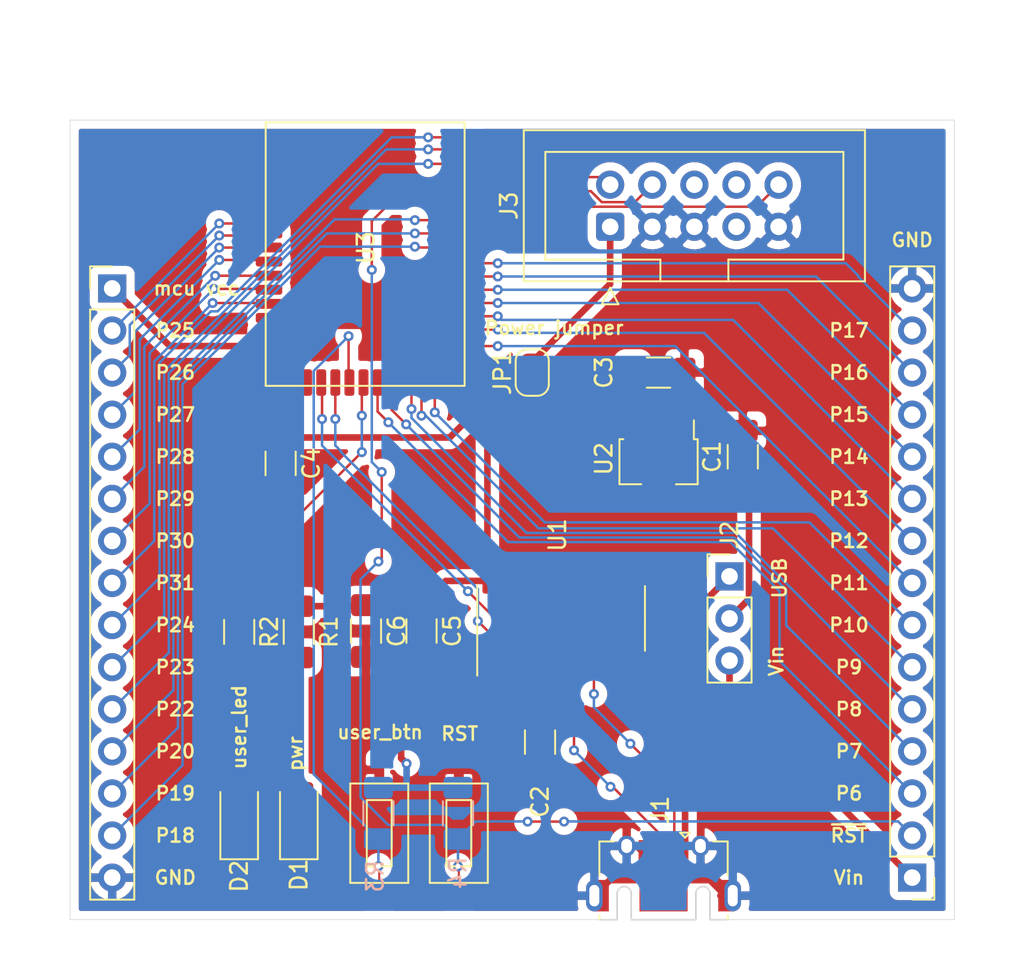
<source format=kicad_pcb>
(kicad_pcb (version 20171130) (host pcbnew "(5.1.10)-1")
  (title_block (rev 1))
  (layers (0 Front signal) (1 In1.Cu signal) (2 In2.Cu signal) (31 Back signal) (34 B.Paste user) (35 F.Paste user) (36 B.SilkS user) (37 F.SilkS user) (38 B.Mask user) (39 F.Mask user) (44 Edge.Cuts user))
  (net 0 "")
  (net 1 GND)
  (net 2 /LDO_in)
  (net 3 +3V3)
  (net 4 /mcu_vcc)
  (net 5 "Net-(D1-Pad2)")
  (net 6 "Net-(D2-Pad2)")
  (net 7 /usb_dm)
  (net 8 VBUS)
  (net 9 /usb_dp)
  (net 10 /Vin)
  (net 11 /~RST)
  (net 12 /SWCLK)
  (net 13 /SWDIO)
  (net 14 /P17)
  (net 15 /P16)
  (net 16 /P15)
  (net 17 /P14)
  (net 18 /P13)
  (net 19 /P12)
  (net 20 /P11)
  (net 21 /P10)
  (net 22 /P9)
  (net 23 /P8)
  (net 24 /P7)
  (net 25 /P6)
  (net 26 /P31)
  (net 27 /P30)
  (net 28 /P29)
  (net 29 /P28)
  (net 30 /P27)
  (net 31 /P26)
  (net 32 /P25)
  (net 33 /P24)
  (net 34 /P23)
  (net 35 /P22)
  (net 36 /P20)
  (net 37 /P19)
  (net 38 /P18)
  (net 39 /user_led)
  (net 40 /user_btn)
  (net 41 /mcu_tx)
  (net 42 /mcu_rx)
  (net 43 /V3)
  (module custom_buttons_switches:TSB008 (layer Front) (at 50.6 107 90)
    (fp_text reference SW2 hide)
    (fp_text value SW_Push)
    (pad 2 smd rect (at 6.825 -1.75 90) (size 1.5 0.6) (layers Front F.Paste F.Mask) (net 1 GND))
    (pad 1 smd rect (at -0.825 -1.75 90) (size 1.5 0.6) (layers Front F.Paste F.Mask) (net 11 /~RST))
  )
  (module custom_buttons_switches:TSB008 (layer Front) (at 45.8 107 90)
    (fp_text reference SW1 hide)
    (fp_text value SW_Push)
    (pad 2 smd rect (at 6.825 -1.75 90) (size 1.5 0.6) (layers Front F.Paste F.Mask) (net 1 GND))
    (pad 1 smd rect (at -0.825 -1.75 90) (size 1.5 0.6) (layers Front F.Paste F.Mask) (net 40 /user_btn))
  )
  (module Capacitor_SMD:C_1206_3216Metric_Pad1.33x1.80mm_HandSolder (layer Front) (at 43.25 91.8 270)
    (fp_text reference C6 (at 0 -1.85 90) (layer F.SilkS))
    (fp_text value 10uF)
    (pad 2 smd roundrect (at 1.5625 0 270) (size 1.325 1.8) (layers Front F.Paste F.Mask) (roundrect_rratio 0.1886784905660377) (net 1 GND))
    (pad 1 smd roundrect (at -1.5625 0 270) (size 1.325 1.8) (layers Front F.Paste F.Mask) (roundrect_rratio 0.1886784905660377) (net 3 +3V3))
  )
  (module Capacitor_SMD:C_1206_3216Metric_Pad1.33x1.80mm_HandSolder (layer Front) (at 46.6 91.8 270)
    (fp_text reference C5 (at 0 -1.85 90) (layer F.SilkS))
    (fp_text value 100nF)
    (pad 2 smd roundrect (at 1.5625 0 270) (size 1.325 1.8) (layers Front F.Paste F.Mask) (roundrect_rratio 0.1886784905660377) (net 1 GND))
    (pad 1 smd roundrect (at -1.5625 0 270) (size 1.325 1.8) (layers Front F.Paste F.Mask) (roundrect_rratio 0.1886784905660377) (net 3 +3V3))
  )
  (module nRF52832_development_board_schematic:MS50SFB (layer Front) (at 37.2 77)
    (fp_text reference U3 (at 6.04 -8.34 90) (layer F.SilkS))
    (fp_text value MS50SFAx)
    (pad 41 smd roundrect (at 11.8 -15.15) (size 1.6 0.6) (layers Front F.Paste F.Mask) (net 33 /P24))
    (pad 40 smd roundrect (at 11.8 -14.3) (size 1.6 0.6) (layers Front F.Paste F.Mask) (net 34 /P23))
    (pad 39 smd roundrect (at 11.8 -13.45) (size 1.6 0.6) (layers Front F.Paste F.Mask) (net 35 /P22))
    (pad 38 smd roundrect (at 11.8 -12.6) (size 1.6 0.6) (layers Front F.Paste F.Mask) (net 13 /SWDIO))
    (pad 37 smd roundrect (at 11.8 -11.75) (size 1.6 0.6) (layers Front F.Paste F.Mask) (net 12 /SWCLK))
    (pad 36 smd roundrect (at 11.8 -10.9) (size 1.6 0.6) (layers Front F.Paste F.Mask) (net 11 /~RST))
    (pad 35 smd roundrect (at 11.8 -10.05) (size 1.6 0.6) (layers Front F.Paste F.Mask) (net 36 /P20))
    (pad 34 smd roundrect (at 11.8 -9.2) (size 1.6 0.6) (layers Front F.Paste F.Mask) (net 37 /P19))
    (pad 33 smd roundrect (at 11.8 -8.35) (size 1.6 0.6) (layers Front F.Paste F.Mask) (net 38 /P18))
    (pad 32 smd roundrect (at 11.8 -7.5) (size 1.6 0.6) (layers Front F.Paste F.Mask) (net 14 /P17))
    (pad 31 smd roundrect (at 11.8 -6.65) (size 1.6 0.6) (layers Front F.Paste F.Mask) (net 15 /P16))
    (pad 30 smd roundrect (at 11.8 -5.8) (size 1.6 0.6) (layers Front F.Paste F.Mask) (net 16 /P15))
    (pad 29 smd roundrect (at 11.8 -4.95) (size 1.6 0.6) (layers Front F.Paste F.Mask) (net 17 /P14))
    (pad 28 smd roundrect (at 11.8 -4.1) (size 1.6 0.6) (layers Front F.Paste F.Mask) (net 18 /P13))
    (pad 27 smd roundrect (at 11.8 -3.25) (size 1.6 0.6) (layers Front F.Paste F.Mask) (net 19 /P12))
    (pad 26 smd roundrect (at 11.8 -2.4) (size 1.6 0.6) (layers Front F.Paste F.Mask) (net 20 /P11))
    (pad 13 smd roundrect (at 0.8 -0.2) (size 0.6 1.6) (layers Front F.Paste F.Mask) (net 1 GND))
    (pad 14 smd roundrect (at 1.65 -0.2) (size 0.6 1.6) (layers Front F.Paste F.Mask))
    (pad 15 smd roundrect (at 2.5 -0.2) (size 0.6 1.6) (layers Front F.Paste F.Mask))
    (pad 16 smd roundrect (at 3.35 -0.2) (size 0.6 1.6) (layers Front F.Paste F.Mask) (net 41 /mcu_tx))
    (pad 17 smd roundrect (at 4.2 -0.2) (size 0.6 1.6) (layers Front F.Paste F.Mask) (net 42 /mcu_rx))
    (pad 18 smd roundrect (at 5.05 -0.2) (size 0.6 1.6) (layers Front F.Paste F.Mask) (net 40 /user_btn))
    (pad 19 smd roundrect (at 5.9 -0.2) (size 0.6 1.6) (layers Front F.Paste F.Mask) (net 39 /user_led))
    (pad 20 smd roundrect (at 6.75 -0.2) (size 0.6 1.6) (layers Front F.Paste F.Mask) (net 25 /P6))
    (pad 21 smd roundrect (at 7.6 -0.2) (size 0.6 1.6) (layers Front F.Paste F.Mask) (net 24 /P7))
    (pad 22 smd roundrect (at 8.45 -0.2) (size 0.6 1.6) (layers Front F.Paste F.Mask) (net 23 /P8))
    (pad 23 smd roundrect (at 9.3 -0.2) (size 0.6 1.6) (layers Front F.Paste F.Mask) (net 22 /P9))
    (pad 24 smd roundrect (at 10.15 -0.2) (size 0.6 1.6) (layers Front F.Paste F.Mask) (net 21 /P10))
    (pad 25 smd roundrect (at 11 -0.2) (size 0.6 1.6) (layers Front F.Paste F.Mask) (net 1 GND))
    (pad 1 smd roundrect (at 0.2 -11.75) (size 1.6 0.6) (layers Front F.Paste F.Mask) (net 1 GND))
    (pad 2 smd roundrect (at 0.2 -10.9) (size 1.6 0.6) (layers Front F.Paste F.Mask) (net 1 GND))
    (pad 3 smd roundrect (at 0.2 -10.05) (size 1.6 0.6) (layers Front F.Paste F.Mask) (net 32 /P25))
    (pad 4 smd roundrect (at 0.2 -9.2) (size 1.6 0.6) (layers Front F.Paste F.Mask) (net 31 /P26))
    (pad 5 smd roundrect (at 0.2 -8.35) (size 1.6 0.6) (layers Front F.Paste F.Mask) (net 30 /P27))
    (pad 6 smd roundrect (at 0.2 -7.5) (size 1.6 0.6) (layers Front F.Paste F.Mask) (net 29 /P28))
    (pad 7 smd roundrect (at 0.2 -6.65) (size 1.6 0.6) (layers Front F.Paste F.Mask) (net 28 /P29))
    (pad 8 smd roundrect (at 0.2 -5.8) (size 1.6 0.6) (layers Front F.Paste F.Mask) (net 27 /P30))
    (pad 9 smd roundrect (at 0.2 -4.95) (size 1.6 0.6) (layers Front F.Paste F.Mask) (net 26 /P31))
    (pad 10 smd roundrect (at 0.2 -4.1) (size 1.6 0.6) (layers Front F.Paste F.Mask))
    (pad 11 smd roundrect (at 0.2 -3.25) (size 1.6 0.6) (layers Front F.Paste F.Mask))
    (pad 12 smd roundrect (at 0.2 -2.4) (size 1.6 0.6) (layers Front F.Paste F.Mask) (net 4 /mcu_vcc))
  )
  (module Package_TO_SOT_SMD:SOT-89-3 (layer Front) (at 60.9 81.28 270)
    (fp_text reference U2 (at 0.12 3.3 90) (layer F.SilkS))
    (fp_text value HT75xx-1-SOT89)
    (pad 2 smd custom (at -1.5625 0 270) (size 1.475 0.9) (layers Front F.Paste F.Mask) (net 2 /LDO_in) (options (clearance outline) (anchor rect)) (primitives (gr_poly (pts (xy 0.7375 -0.8665) (xy 3.8625 -0.8665) (xy 3.8625 0.8665) (xy 0.7375 0.8665)) (width 0))))
    (pad 3 smd rect (at -1.65 1.5 270) (size 1.3 0.9) (layers Front F.Paste F.Mask) (net 3 +3V3))
    (pad 1 smd rect (at -1.65 -1.5 270) (size 1.3 0.9) (layers Front F.Paste F.Mask) (net 1 GND))
  )
  (module Package_SO:SOIC-16_3.9x9.9mm_P1.27mm (layer Front) (at 55.02 91.04 90)
    (fp_text reference U1 (at 5.04 -0.22 90) (layer F.SilkS))
    (fp_text value CH340C)
    (pad 16 smd roundrect (at 2.475 -4.445 90) (size 1.95 0.6) (layers Front F.Paste F.Mask) (net 3 +3V3))
    (pad 15 smd roundrect (at 2.475 -3.175 90) (size 1.95 0.6) (layers Front F.Paste F.Mask))
    (pad 14 smd roundrect (at 2.475 -1.905 90) (size 1.95 0.6) (layers Front F.Paste F.Mask))
    (pad 13 smd roundrect (at 2.475 -0.635 90) (size 1.95 0.6) (layers Front F.Paste F.Mask))
    (pad 12 smd roundrect (at 2.475 0.635 90) (size 1.95 0.6) (layers Front F.Paste F.Mask))
    (pad 11 smd roundrect (at 2.475 1.905 90) (size 1.95 0.6) (layers Front F.Paste F.Mask))
    (pad 10 smd roundrect (at 2.475 3.175 90) (size 1.95 0.6) (layers Front F.Paste F.Mask))
    (pad 9 smd roundrect (at 2.475 4.445 90) (size 1.95 0.6) (layers Front F.Paste F.Mask))
    (pad 8 smd roundrect (at -2.475 4.445 90) (size 1.95 0.6) (layers Front F.Paste F.Mask))
    (pad 7 smd roundrect (at -2.475 3.175 90) (size 1.95 0.6) (layers Front F.Paste F.Mask))
    (pad 6 smd roundrect (at -2.475 1.905 90) (size 1.95 0.6) (layers Front F.Paste F.Mask) (net 7 /usb_dm))
    (pad 5 smd roundrect (at -2.475 0.635 90) (size 1.95 0.6) (layers Front F.Paste F.Mask) (net 9 /usb_dp))
    (pad 4 smd roundrect (at -2.475 -0.635 90) (size 1.95 0.6) (layers Front F.Paste F.Mask) (net 43 /V3))
    (pad 3 smd roundrect (at -2.475 -1.905 90) (size 1.95 0.6) (layers Front F.Paste F.Mask) (net 41 /mcu_tx))
    (pad 2 smd roundrect (at -2.475 -3.175 90) (size 1.95 0.6) (layers Front F.Paste F.Mask) (net 42 /mcu_rx))
    (pad 1 smd roundrect (at -2.475 -4.445 90) (size 1.95 0.6) (layers Front F.Paste F.Mask) (net 1 GND))
  )
  (module Resistor_SMD:R_1206_3216Metric_Pad1.30x1.75mm_HandSolder (layer Back) (at 48.8 102.8 270)
    (fp_text reference R4 (at 3.6 0 270) (layer B.SilkS) (effects (justify mirror)))
    (fp_text value 10K)
    (pad 2 smd roundrect (at 1.55 0 270) (size 1.3 1.75) (layers Back B.Paste B.Mask) (roundrect_rratio 0.1923076923076923) (net 11 /~RST))
    (pad 1 smd roundrect (at -1.55 0 270) (size 1.3 1.75) (layers Back B.Paste B.Mask) (roundrect_rratio 0.1923076923076923) (net 3 +3V3))
  )
  (module Resistor_SMD:R_1206_3216Metric_Pad1.30x1.75mm_HandSolder (layer Back) (at 44 102.8 270)
    (fp_text reference R3 (at 3.8 0.2 270) (layer B.SilkS) (effects (justify mirror)))
    (fp_text value 10K)
    (pad 2 smd roundrect (at 1.55 0 270) (size 1.3 1.75) (layers Back B.Paste B.Mask) (roundrect_rratio 0.1923076923076923) (net 40 /user_btn))
    (pad 1 smd roundrect (at -1.55 0 270) (size 1.3 1.75) (layers Back B.Paste B.Mask) (roundrect_rratio 0.1923076923076923) (net 3 +3V3))
  )
  (module Resistor_SMD:R_1206_3216Metric_Pad1.30x1.75mm_HandSolder (layer Front) (at 35.6 91.85 270)
    (fp_text reference R2 (at 0 -1.82 90) (layer F.SilkS))
    (fp_text value 1K)
    (pad 2 smd roundrect (at 1.55 0 270) (size 1.3 1.75) (layers Front F.Paste F.Mask) (roundrect_rratio 0.1923076923076923) (net 6 "Net-(D2-Pad2)"))
    (pad 1 smd roundrect (at -1.55 0 270) (size 1.3 1.75) (layers Front F.Paste F.Mask) (roundrect_rratio 0.1923076923076923) (net 39 /user_led))
  )
  (module Resistor_SMD:R_1206_3216Metric_Pad1.30x1.75mm_HandSolder (layer Front) (at 39.2 91.85 270)
    (fp_text reference R1 (at 0 -1.82 90) (layer F.SilkS))
    (fp_text value 1K)
    (pad 2 smd roundrect (at 1.55 0 270) (size 1.3 1.75) (layers Front F.Paste F.Mask) (roundrect_rratio 0.1923076923076923) (net 5 "Net-(D1-Pad2)"))
    (pad 1 smd roundrect (at -1.55 0 270) (size 1.3 1.75) (layers Front F.Paste F.Mask) (roundrect_rratio 0.1923076923076923) (net 3 +3V3))
  )
  (module Jumper:SolderJumper-2_P1.3mm_Open_RoundedPad1.0x1.5mm (layer Front) (at 53.28 76.2 90)
    (fp_text reference JP1 (at 0 -1.8 90) (layer F.SilkS))
    (fp_text value SolderJumper_2_Open)
    (pad 2 smd custom (at 0.65 0 90) (size 1 0.5) (layers Front F.Mask) (net 4 /mcu_vcc) (options (clearance outline) (anchor rect)) (primitives (gr_circle (center 0 0.25) (end 0.5 0.25) (width 0)) (gr_circle (center 0 -0.25) (end 0.5 -0.25) (width 0)) (gr_poly (pts (xy 0 -0.75) (xy -0.5 -0.75) (xy -0.5 0.75) (xy 0 0.75)) (width 0))))
    (pad 1 smd custom (at -0.65 0 90) (size 1 0.5) (layers Front F.Mask) (net 3 +3V3) (options (clearance outline) (anchor rect)) (primitives (gr_circle (center 0 0.25) (end 0.5 0.25) (width 0)) (gr_circle (center 0 -0.25) (end 0.5 -0.25) (width 0)) (gr_poly (pts (xy 0 -0.75) (xy 0.5 -0.75) (xy 0.5 0.75) (xy 0 0.75)) (width 0))))
  )
  (module Connector_PinHeader_2.54mm:PinHeader_1x15_P2.54mm_Vertical (layer Front) (at 27.94 71.12)
    (fp_text reference J5 hide)
    (fp_text value Conn_01x15_Male)
    (pad 15 thru_hole oval (at 0 35.56) (size 1.7 1.7) (drill 1) (layers *.Cu *.Mask) (net 1 GND))
    (pad 14 thru_hole oval (at 0 33.02) (size 1.7 1.7) (drill 1) (layers *.Cu *.Mask) (net 38 /P18))
    (pad 13 thru_hole oval (at 0 30.48) (size 1.7 1.7) (drill 1) (layers *.Cu *.Mask) (net 37 /P19))
    (pad 12 thru_hole oval (at 0 27.94) (size 1.7 1.7) (drill 1) (layers *.Cu *.Mask) (net 36 /P20))
    (pad 11 thru_hole oval (at 0 25.4) (size 1.7 1.7) (drill 1) (layers *.Cu *.Mask) (net 35 /P22))
    (pad 10 thru_hole oval (at 0 22.86) (size 1.7 1.7) (drill 1) (layers *.Cu *.Mask) (net 34 /P23))
    (pad 9 thru_hole oval (at 0 20.32) (size 1.7 1.7) (drill 1) (layers *.Cu *.Mask) (net 33 /P24))
    (pad 8 thru_hole oval (at 0 17.78) (size 1.7 1.7) (drill 1) (layers *.Cu *.Mask) (net 26 /P31))
    (pad 7 thru_hole oval (at 0 15.24) (size 1.7 1.7) (drill 1) (layers *.Cu *.Mask) (net 27 /P30))
    (pad 6 thru_hole oval (at 0 12.7) (size 1.7 1.7) (drill 1) (layers *.Cu *.Mask) (net 28 /P29))
    (pad 5 thru_hole oval (at 0 10.16) (size 1.7 1.7) (drill 1) (layers *.Cu *.Mask) (net 29 /P28))
    (pad 4 thru_hole oval (at 0 7.62) (size 1.7 1.7) (drill 1) (layers *.Cu *.Mask) (net 30 /P27))
    (pad 3 thru_hole oval (at 0 5.08) (size 1.7 1.7) (drill 1) (layers *.Cu *.Mask) (net 31 /P26))
    (pad 2 thru_hole oval (at 0 2.54) (size 1.7 1.7) (drill 1) (layers *.Cu *.Mask) (net 32 /P25))
    (pad 1 thru_hole rect (at 0 0) (size 1.7 1.7) (drill 1) (layers *.Cu *.Mask) (net 4 /mcu_vcc))
  )
  (module Connector_PinHeader_2.54mm:PinHeader_1x15_P2.54mm_Vertical (layer Front) (at 76.2 106.68 180)
    (fp_text reference J4 hide)
    (fp_text value Conn_01x15_Male)
    (pad 15 thru_hole oval (at 0 35.56 180) (size 1.7 1.7) (drill 1) (layers *.Cu *.Mask) (net 1 GND))
    (pad 14 thru_hole oval (at 0 33.02 180) (size 1.7 1.7) (drill 1) (layers *.Cu *.Mask) (net 14 /P17))
    (pad 13 thru_hole oval (at 0 30.48 180) (size 1.7 1.7) (drill 1) (layers *.Cu *.Mask) (net 15 /P16))
    (pad 12 thru_hole oval (at 0 27.94 180) (size 1.7 1.7) (drill 1) (layers *.Cu *.Mask) (net 16 /P15))
    (pad 11 thru_hole oval (at 0 25.4 180) (size 1.7 1.7) (drill 1) (layers *.Cu *.Mask) (net 17 /P14))
    (pad 10 thru_hole oval (at 0 22.86 180) (size 1.7 1.7) (drill 1) (layers *.Cu *.Mask) (net 18 /P13))
    (pad 9 thru_hole oval (at 0 20.32 180) (size 1.7 1.7) (drill 1) (layers *.Cu *.Mask) (net 19 /P12))
    (pad 8 thru_hole oval (at 0 17.78 180) (size 1.7 1.7) (drill 1) (layers *.Cu *.Mask) (net 20 /P11))
    (pad 7 thru_hole oval (at 0 15.24 180) (size 1.7 1.7) (drill 1) (layers *.Cu *.Mask) (net 21 /P10))
    (pad 6 thru_hole oval (at 0 12.7 180) (size 1.7 1.7) (drill 1) (layers *.Cu *.Mask) (net 22 /P9))
    (pad 5 thru_hole oval (at 0 10.16 180) (size 1.7 1.7) (drill 1) (layers *.Cu *.Mask) (net 23 /P8))
    (pad 4 thru_hole oval (at 0 7.62 180) (size 1.7 1.7) (drill 1) (layers *.Cu *.Mask) (net 24 /P7))
    (pad 3 thru_hole oval (at 0 5.08 180) (size 1.7 1.7) (drill 1) (layers *.Cu *.Mask) (net 25 /P6))
    (pad 2 thru_hole oval (at 0 2.54 180) (size 1.7 1.7) (drill 1) (layers *.Cu *.Mask) (net 11 /~RST))
    (pad 1 thru_hole rect (at 0 0 180) (size 1.7 1.7) (drill 1) (layers *.Cu *.Mask) (net 10 /Vin))
  )
  (module Connector_IDC:IDC-Header_2x05_P2.54mm_Vertical (layer Front) (at 57.98 67.4 90)
    (fp_text reference J3 (at 1.27 -6.1 90) (layer F.SilkS))
    (fp_text value Conn_ARM_JTAG_SWD_10)
    (pad 10 thru_hole circle (at 2.54 10.16 90) (size 1.7 1.7) (drill 1) (layers *.Cu *.Mask) (net 11 /~RST))
    (pad 8 thru_hole circle (at 2.54 7.62 90) (size 1.7 1.7) (drill 1) (layers *.Cu *.Mask))
    (pad 6 thru_hole circle (at 2.54 5.08 90) (size 1.7 1.7) (drill 1) (layers *.Cu *.Mask))
    (pad 4 thru_hole circle (at 2.54 2.54 90) (size 1.7 1.7) (drill 1) (layers *.Cu *.Mask) (net 12 /SWCLK))
    (pad 2 thru_hole circle (at 2.54 0 90) (size 1.7 1.7) (drill 1) (layers *.Cu *.Mask) (net 13 /SWDIO))
    (pad 9 thru_hole circle (at 0 10.16 90) (size 1.7 1.7) (drill 1) (layers *.Cu *.Mask) (net 1 GND))
    (pad 7 thru_hole circle (at 0 7.62 90) (size 1.7 1.7) (drill 1) (layers *.Cu *.Mask))
    (pad 5 thru_hole circle (at 0 5.08 90) (size 1.7 1.7) (drill 1) (layers *.Cu *.Mask) (net 1 GND))
    (pad 3 thru_hole circle (at 0 2.54 90) (size 1.7 1.7) (drill 1) (layers *.Cu *.Mask) (net 1 GND))
    (pad 1 thru_hole roundrect (at 0 0 90) (size 1.7 1.7) (drill 1) (layers *.Cu *.Mask) (roundrect_rratio 0.1470588235294118) (net 4 /mcu_vcc))
  )
  (module Connector_PinHeader_2.54mm:PinHeader_1x03_P2.54mm_Vertical (layer Front) (at 65.18 88.5)
    (fp_text reference J2 (at 0 -2.5 90) (layer F.SilkS))
    (fp_text value Conn_01x03_Male)
    (pad 3 thru_hole oval (at 0 5.08) (size 1.7 1.7) (drill 1) (layers *.Cu *.Mask) (net 10 /Vin))
    (pad 2 thru_hole oval (at 0 2.54) (size 1.7 1.7) (drill 1) (layers *.Cu *.Mask) (net 2 /LDO_in))
    (pad 1 thru_hole rect (at 0 0) (size 1.7 1.7) (drill 1) (layers *.Cu *.Mask) (net 8 VBUS))
  )
  (module Connector_USB:USB_Micro-AB_Molex_47590-0001 (layer Front) (at 61.2 107.77)
    (fp_text reference J1 (at -0.2 -5.17 90) (layer F.SilkS))
    (fp_text value USB_B_Micro)
    (fp_line (start -3.75 1.45) (end -2.8 1.45) (layer Edge.Cuts) (width 0.1))
    (fp_line (start -2.8 -0.125) (end -2.8 1.45) (layer Edge.Cuts) (width 0.1))
    (fp_line (start -1.95 -0.125) (end -1.95 1.45) (layer Edge.Cuts) (width 0.1))
    (fp_line (start -1.95 1.45) (end 1.95 1.45) (layer Edge.Cuts) (width 0.1))
    (fp_line (start 1.95 -0.125) (end 1.95 1.45) (layer Edge.Cuts) (width 0.1))
    (fp_line (start 2.8 -0.125) (end 2.8 1.45) (layer Edge.Cuts) (width 0.1))
    (fp_line (start 2.8 1.45) (end 3.75 1.45) (layer Edge.Cuts) (width 0.1))
    (fp_arc (start -2.375 -0.125) (end -2.8 -0.125) (angle 180) (layer Edge.Cuts) (width 0.1))
    (fp_arc (start 2.375 -0.125) (end 1.95 -0.125) (angle 180) (layer Edge.Cuts) (width 0.1))
    (pad 6 smd rect (at -3.7375 0) (size 0.875 1.9) (layers Front F.Mask) (net 1 GND))
    (pad 6 smd rect (at 3.7375 0) (size 0.875 1.9) (layers Front F.Mask) (net 1 GND))
    (pad 6 smd rect (at 0 0) (size 2.9 1.9) (layers Front F.Paste F.Mask) (net 1 GND))
    (pad 2 smd rect (at 0.65 -2.675) (size 0.4 1.35) (layers Front F.Paste F.Mask) (net 7 /usb_dm))
    (pad 6 thru_hole oval (at 4.175 0) (size 1 1.9) (drill oval 0.6 1.3) (layers *.Cu *.Mask) (net 1 GND))
    (pad 6 thru_hole oval (at -4.175 0) (size 1 1.9) (drill oval 0.6 1.3) (layers *.Cu *.Mask) (net 1 GND))
    (pad 6 thru_hole oval (at 2.225 -3) (size 1.05 1.25) (drill oval 0.65 0.85) (layers *.Cu *.Mask) (net 1 GND))
    (pad 1 smd rect (at 1.3 -2.675) (size 0.4 1.35) (layers Front F.Paste F.Mask) (net 8 VBUS))
    (pad 3 smd rect (at 0 -2.675) (size 0.4 1.35) (layers Front F.Paste F.Mask) (net 9 /usb_dp))
    (pad 4 smd rect (at -0.65 -2.675) (size 0.4 1.35) (layers Front F.Paste F.Mask))
    (pad 5 smd rect (at -1.3 -2.675) (size 0.4 1.35) (layers Front F.Paste F.Mask) (net 1 GND))
    (pad 6 thru_hole oval (at -2.225 -3) (size 1.05 1.25) (drill oval 0.65 0.85) (layers *.Cu *.Mask) (net 1 GND))
  )
  (module LED_SMD:LED_1206_3216Metric_Pad1.42x1.75mm_HandSolder (layer Front) (at 35.6 103.1125 90)
    (fp_text reference D2 (at -3.4875 0 90) (layer F.SilkS))
    (fp_text value Green)
    (pad 2 smd roundrect (at 1.4875 0 90) (size 1.425 1.75) (layers Front F.Paste F.Mask) (roundrect_rratio 0.1754385964912281) (net 6 "Net-(D2-Pad2)"))
    (pad 1 smd roundrect (at -1.4875 0 90) (size 1.425 1.75) (layers Front F.Paste F.Mask) (roundrect_rratio 0.1754385964912281) (net 1 GND))
  )
  (module LED_SMD:LED_1206_3216Metric_Pad1.42x1.75mm_HandSolder (layer Front) (at 39.2 103.1125 90)
    (fp_text reference D1 (at -3.4 0 90) (layer F.SilkS))
    (fp_text value Red)
    (pad 2 smd roundrect (at 1.4875 0 90) (size 1.425 1.75) (layers Front F.Paste F.Mask) (roundrect_rratio 0.1754385964912281) (net 5 "Net-(D1-Pad2)"))
    (pad 1 smd roundrect (at -1.4875 0 90) (size 1.425 1.75) (layers Front F.Paste F.Mask) (roundrect_rratio 0.1754385964912281) (net 1 GND))
  )
  (module Capacitor_SMD:C_1206_3216Metric_Pad1.33x1.80mm_HandSolder (layer Front) (at 38.1 81.68 270)
    (fp_text reference C4 (at 0 -1.85 90) (layer F.SilkS))
    (fp_text value 1uF)
    (pad 2 smd roundrect (at 1.5625 0 270) (size 1.325 1.8) (layers Front F.Paste F.Mask) (roundrect_rratio 0.1886784905660377) (net 1 GND))
    (pad 1 smd roundrect (at -1.5625 0 270) (size 1.325 1.8) (layers Front F.Paste F.Mask) (roundrect_rratio 0.1886784905660377) (net 4 /mcu_vcc))
  )
  (module Capacitor_SMD:C_1206_3216Metric_Pad1.33x1.80mm_HandSolder (layer Front) (at 60.9 76.2)
    (fp_text reference C3 (at -3.3 0 90) (layer F.SilkS))
    (fp_text value 10uF)
    (pad 2 smd roundrect (at 1.5625 0) (size 1.325 1.8) (layers Front F.Paste F.Mask) (roundrect_rratio 0.1886784905660377) (net 1 GND))
    (pad 1 smd roundrect (at -1.5625 0) (size 1.325 1.8) (layers Front F.Paste F.Mask) (roundrect_rratio 0.1886784905660377) (net 3 +3V3))
  )
  (module Capacitor_SMD:C_1206_3216Metric_Pad1.33x1.80mm_HandSolder (layer Front) (at 53.75 98.5 270)
    (fp_text reference C2 (at 3.6 0 90) (layer F.SilkS))
    (fp_text value 100nF)
    (pad 2 smd roundrect (at 1.5625 0 270) (size 1.325 1.8) (layers Front F.Paste F.Mask) (roundrect_rratio 0.1886784905660377) (net 1 GND))
    (pad 1 smd roundrect (at -1.5625 0 270) (size 1.325 1.8) (layers Front F.Paste F.Mask) (roundrect_rratio 0.1886784905660377) (net 43 /V3))
  )
  (module Capacitor_SMD:C_1206_3216Metric_Pad1.33x1.80mm_HandSolder (layer Front) (at 65.98 81.28 90)
    (fp_text reference C1 (at 0 -1.85 90) (layer F.SilkS))
    (fp_text value 10uF)
    (pad 2 smd roundrect (at 1.5625 0 90) (size 1.325 1.8) (layers Front F.Paste F.Mask) (roundrect_rratio 0.1886784905660377) (net 1 GND))
    (pad 1 smd roundrect (at -1.5625 0 90) (size 1.325 1.8) (layers Front F.Paste F.Mask) (roundrect_rratio 0.1886784905660377) (net 2 /LDO_in))
  )
  (gr_text "Power jumper" (at 54.6 73.5) (layer F.SilkS) (effects (font (size 0.8128 0.8128) (thickness 0.1524))))
  (gr_text P25 (at 31.75 73.66) (layer F.SilkS) (effects (font (size 0.8128 0.8128) (thickness 0.1524))))
  (gr_text GND (at 31.75 106.68) (layer F.SilkS) (effects (font (size 0.8128 0.8128) (thickness 0.1524))))
  (gr_text P18 (at 31.75 104.14) (layer F.SilkS) (effects (font (size 0.8128 0.8128) (thickness 0.1524))))
  (gr_text P19 (at 31.75 101.6) (layer F.SilkS) (effects (font (size 0.8128 0.8128) (thickness 0.1524))))
  (gr_text P20 (at 31.75 99.06) (layer F.SilkS) (effects (font (size 0.8128 0.8128) (thickness 0.1524))))
  (gr_text P22 (at 31.75 96.52) (layer F.SilkS) (effects (font (size 0.8128 0.8128) (thickness 0.1524))))
  (gr_text P23 (at 31.75 93.98) (layer F.SilkS) (effects (font (size 0.8128 0.8128) (thickness 0.1524))))
  (gr_text P24 (at 31.75 91.44) (layer F.SilkS) (effects (font (size 0.8128 0.8128) (thickness 0.1524))))
  (gr_text P31 (at 31.75 88.9) (layer F.SilkS) (effects (font (size 0.8128 0.8128) (thickness 0.1524))))
  (gr_text P30 (at 31.75 86.36) (layer F.SilkS) (effects (font (size 0.8128 0.8128) (thickness 0.1524))))
  (gr_text P29 (at 31.75 83.82) (layer F.SilkS) (effects (font (size 0.8128 0.8128) (thickness 0.1524))))
  (gr_text P28 (at 31.75 81.28) (layer F.SilkS) (effects (font (size 0.8128 0.8128) (thickness 0.1524))))
  (gr_text P27 (at 31.75 78.74) (layer F.SilkS) (effects (font (size 0.8128 0.8128) (thickness 0.1524))))
  (gr_text P26 (at 31.75 76.2) (layer F.SilkS) (effects (font (size 0.8128 0.8128) (thickness 0.1524))))
  (gr_text "mcu vcc" (at 33.02 71.12) (layer F.SilkS) (effects (font (size 0.8128 0.8128) (thickness 0.1524))))
  (gr_text Vin (at 72.39 106.68) (layer F.SilkS) (effects (font (size 0.8128 0.8128) (thickness 0.1524))))
  (gr_text ~RST (at 72.39 104.14) (layer F.SilkS) (effects (font (size 0.8128 0.8128) (thickness 0.1524))))
  (gr_text P6 (at 72.39 101.6) (layer F.SilkS) (effects (font (size 0.8128 0.8128) (thickness 0.1524))))
  (gr_text P7 (at 72.39 99.06) (layer F.SilkS) (effects (font (size 0.8128 0.8128) (thickness 0.1524))))
  (gr_text P8 (at 72.39 96.52) (layer F.SilkS) (effects (font (size 0.8128 0.8128) (thickness 0.1524))))
  (gr_text P9 (at 72.39 93.98) (layer F.SilkS) (effects (font (size 0.8128 0.8128) (thickness 0.1524))))
  (gr_text P10 (at 72.39 91.44) (layer F.SilkS) (effects (font (size 0.8128 0.8128) (thickness 0.1524))))
  (gr_text P11 (at 72.39 88.9) (layer F.SilkS) (effects (font (size 0.8128 0.8128) (thickness 0.1524))))
  (gr_text P12 (at 72.39 86.36) (layer F.SilkS) (effects (font (size 0.8128 0.8128) (thickness 0.1524))))
  (gr_text P13 (at 72.39 83.82) (layer F.SilkS) (effects (font (size 0.8128 0.8128) (thickness 0.1524))))
  (gr_text P14 (at 72.39 81.28) (layer F.SilkS) (effects (font (size 0.8128 0.8128) (thickness 0.1524))))
  (gr_text P15 (at 72.39 78.74) (layer F.SilkS) (effects (font (size 0.8128 0.8128) (thickness 0.1524))))
  (gr_text P16 (at 72.39 76.2) (layer F.SilkS) (effects (font (size 0.8128 0.8128) (thickness 0.1524))))
  (gr_text P17 (at 72.39 73.66) (layer F.SilkS) (effects (font (size 0.8128 0.8128) (thickness 0.1524))))
  (gr_text GND (at 76.2 68.2) (layer F.SilkS) (effects (font (size 0.8128 0.8128) (thickness 0.1524))))
  (gr_text USB (at 68.2 88.6 90) (layer F.SilkS) (effects (font (size 0.8128 0.8128) (thickness 0.1524))))
  (gr_text Vin (at 68 93.6 90) (layer F.SilkS) (effects (font (size 0.8128 0.8128) (thickness 0.1524))))
  (gr_text RST (at 48.9 98) (layer F.SilkS) (effects (font (size 0.8128 0.8128) (thickness 0.1524))))
  (gr_text user_btn (at 44.1 97.9) (layer F.SilkS) (effects (font (size 0.8128 0.8128) (thickness 0.1524))))
  (gr_text pwr (at 39 99.2 90) (layer F.SilkS) (effects (font (size 0.8128 0.8128) (thickness 0.1524))))
  (gr_text user_led (at 35.6 97.6 90) (layer F.SilkS) (effects (font (size 0.8128 0.8128) (thickness 0.1524))))
  (gr_line (start 66.04 109.22) (end 64.95 109.22) (layer Edge.Cuts) (width 0.0381))
  (gr_line (start 57.22 109.22) (end 57.45 109.22) (layer Edge.Cuts) (width 0.0381))
  (gr_line (start 55.88 109.22) (end 57.22 109.22) (layer Edge.Cuts) (width 0.0381))
  (gr_line (start 25.4 109.22) (end 55.88 109.22) (layer Edge.Cuts) (width 0.0381))
  (gr_line (start 78.74 109.22) (end 66.04 109.22) (layer Edge.Cuts) (width 0.0381))
  (gr_line (start 78.74 60.96) (end 78.74 109.22) (layer Edge.Cuts) (width 0.0381))
  (gr_line (start 25.4 60.96) (end 78.74 60.96) (layer Edge.Cuts) (width 0.0381))
  (gr_line (start 25.4 109.22) (end 25.4 60.96) (layer Edge.Cuts) (width 0.0381))
  (segment (start 48.2 76) (end 48.2 76.8) (width 0.15) (layer Front) (net 1))
  (segment (start 48.2 76.175404) (end 48.2 76.8) (width 0.4) (layer Front) (net 1))
  (segment (start 45.397595 73.372999) (end 48.2 76.175404) (width 0.4) (layer Front) (net 1))
  (segment (start 40.627001 73.372999) (end 45.397595 73.372999) (width 0.4) (layer Front) (net 1))
  (segment (start 38 76) (end 40.627001 73.372999) (width 0.4) (layer Front) (net 1))
  (segment (start 38 76.8) (end 38 76) (width 0.4) (layer Front) (net 1))
  (segment (start 37.4 66.1) (end 37.4 65.25) (width 0.4) (layer Front) (net 1))
  (segment (start 59.575 104.77) (end 59.9 105.095) (width 0.4) (layer Front) (net 1))
  (segment (start 58.975 104.77) (end 59.575 104.77) (width 0.4) (layer Front) (net 1))
  (segment (start 59.9 106.47) (end 61.2 107.77) (width 0.4) (layer Front) (net 1))
  (segment (start 59.9 105.095) (end 59.9 106.47) (width 0.4) (layer Front) (net 1))
  (segment (start 57.025 107.77) (end 57.4625 107.77) (width 0.4) (layer Front) (net 1))
  (segment (start 60.26072 106.83072) (end 61.2 107.77) (width 0.4) (layer Front) (net 1))
  (segment (start 57.96428 106.83072) (end 60.26072 106.83072) (width 0.4) (layer Front) (net 1))
  (segment (start 57.025 107.77) (end 57.96428 106.83072) (width 0.4) (layer Front) (net 1))
  (segment (start 63.425 106.2575) (end 64.9375 107.77) (width 0.4) (layer Front) (net 1))
  (segment (start 63.425 104.77) (end 63.425 106.2575) (width 0.4) (layer Front) (net 1))
  (segment (start 64.63 107.77) (end 64.9375 107.77) (width 0.4) (layer Front) (net 1))
  (segment (start 62.13928 106.83072) (end 61.2 107.77) (width 0.4) (layer Front) (net 1))
  (segment (start 64.43572 106.83072) (end 62.13928 106.83072) (width 0.4) (layer Front) (net 1))
  (segment (start 65.375 107.77) (end 64.43572 106.83072) (width 0.4) (layer Front) (net 1))
  (segment (start 66.357001 89.862999) (end 66.357001 83.219501) (width 0.4) (layer Front) (net 2))
  (segment (start 66.357001 83.219501) (end 65.98 82.8425) (width 0.4) (layer Front) (net 2))
  (segment (start 65.18 91.04) (end 66.357001 89.862999) (width 0.4) (layer Front) (net 2))
  (segment (start 64.025 82.8425) (end 60.9 79.7175) (width 0.4) (layer Front) (net 2))
  (segment (start 65.98 82.8425) (end 64.025 82.8425) (width 0.4) (layer Front) (net 2))
  (segment (start 59.4 76.2625) (end 59.3375 76.2) (width 0.4) (layer Front) (net 3))
  (segment (start 59.4 79.63) (end 59.4 76.2625) (width 0.4) (layer Front) (net 3))
  (segment (start 58.6875 76.85) (end 53.28 76.85) (width 0.4) (layer Front) (net 3))
  (segment (start 59.3375 76.2) (end 58.6875 76.85) (width 0.4) (layer Front) (net 3))
  (segment (start 50.575 79.555) (end 50.575 88.565) (width 0.4) (layer Front) (net 3))
  (segment (start 53.28 76.85) (end 50.575 79.555) (width 0.4) (layer Front) (net 3))
  (segment (start 50.575 88.565) (end 50.575 89.325404) (width 0.4) (layer Front) (net 3))
  (segment (start 50.5025 88.6375) (end 50.575 88.565) (width 0.4) (layer Front) (net 3))
  (segment (start 48.85 101.2) (end 48.8 101.25) (width 0.4) (layer Back) (net 3))
  (segment (start 43.1875 90.3) (end 43.25 90.2375) (width 0.4) (layer Front) (net 3))
  (segment (start 43.25 90.2375) (end 46.6 90.2375) (width 0.4) (layer Front) (net 3))
  (segment (start 50.367001 88.772999) (end 50.575 88.565) (width 0.4) (layer Front) (net 3))
  (segment (start 48.064501 88.772999) (end 50.367001 88.772999) (width 0.4) (layer Front) (net 3))
  (segment (start 46.6 90.2375) (end 48.064501 88.772999) (width 0.4) (layer Front) (net 3))
  (segment (start 39.2 90.3) (end 43.1875 90.3) (width 0.4) (layer Front) (net 3))
  (via (at 45.7 99.8) (size 0.6) (drill 0.3) (layers Front Back) (net 3))
  (segment (start 45.37299 99.47299) (end 45.7 99.8) (width 0.4) (layer Front) (net 3))
  (segment (start 45.37299 91.46451) (end 45.37299 99.47299) (width 0.4) (layer Front) (net 3))
  (segment (start 46.6 90.2375) (end 45.37299 91.46451) (width 0.4) (layer Front) (net 3))
  (segment (start 45.7 99.8) (end 45.7 101.2) (width 0.4) (layer Back) (net 3))
  (segment (start 45.75 101.25) (end 44 101.25) (width 0.4) (layer Back) (net 3))
  (segment (start 45.7 101.2) (end 45.75 101.25) (width 0.4) (layer Back) (net 3))
  (segment (start 48.8 101.25) (end 45.75 101.25) (width 0.4) (layer Back) (net 3))
  (segment (start 31.42 74.6) (end 37.4 74.6) (width 0.4) (layer Front) (net 4))
  (segment (start 27.94 71.12) (end 31.42 74.6) (width 0.4) (layer Front) (net 4))
  (segment (start 37.37299 74.62701) (end 37.4 74.6) (width 0.4) (layer Front) (net 4))
  (segment (start 37.37299 79.39049) (end 37.37299 74.62701) (width 0.4) (layer Front) (net 4))
  (segment (start 38.1 80.1175) (end 37.37299 79.39049) (width 0.4) (layer Front) (net 4))
  (segment (start 52.867536 75.55) (end 53.28 75.55) (width 0.4) (layer Front) (net 4))
  (segment (start 48.300036 80.1175) (end 52.867536 75.55) (width 0.4) (layer Front) (net 4))
  (segment (start 38.1 80.1175) (end 48.300036 80.1175) (width 0.4) (layer Front) (net 4))
  (segment (start 57.98 70.85) (end 53.28 75.55) (width 0.4) (layer Front) (net 4))
  (segment (start 57.98 67.4) (end 57.98 70.85) (width 0.4) (layer Front) (net 4))
  (segment (start 39.2 101.625) (end 39.2 93.4) (width 0.15) (layer Front) (net 5))
  (segment (start 35.6 101.625) (end 35.6 93.4) (width 0.15) (layer Front) (net 6))
  (segment (start 56.925 93.515) (end 56.925 94.125) (width 0.15) (layer Front) (net 7))
  (via (at 59.2 98.6) (size 0.6) (drill 0.3) (layers Front Back) (net 7))
  (segment (start 61.85 101.25) (end 59.2 98.6) (width 0.15) (layer Front) (net 7))
  (segment (start 61.85 105.095) (end 61.85 101.25) (width 0.15) (layer Front) (net 7))
  (via (at 57 95.6) (size 0.6) (drill 0.3) (layers Front Back) (net 7))
  (segment (start 57 96.4) (end 57 95.6) (width 0.15) (layer Back) (net 7))
  (segment (start 59.2 98.6) (end 57 96.4) (width 0.15) (layer Back) (net 7))
  (segment (start 57 93.59) (end 56.925 93.515) (width 0.15) (layer Front) (net 7))
  (segment (start 57 95.6) (end 57 93.59) (width 0.15) (layer Front) (net 7))
  (segment (start 62.5 91.18) (end 65.18 88.5) (width 0.4) (layer Front) (net 8))
  (segment (start 62.5 105.095) (end 62.5 91.18) (width 0.4) (layer Front) (net 8))
  (segment (start 55.655 93.515) (end 55.655 94.49) (width 0.15) (layer Front) (net 9))
  (via (at 58 101.2) (size 0.6) (drill 0.3) (layers Front Back) (net 9))
  (segment (start 58.13 101.2) (end 58 101.2) (width 0.15) (layer Front) (net 9))
  (segment (start 61.2 104.27) (end 58.13 101.2) (width 0.15) (layer Front) (net 9))
  (segment (start 61.2 105.095) (end 61.2 104.27) (width 0.15) (layer Front) (net 9))
  (via (at 55.8 99) (size 0.6) (drill 0.3) (layers Front Back) (net 9))
  (segment (start 58 101.2) (end 55.8 99) (width 0.15) (layer Back) (net 9))
  (segment (start 55.8 93.66) (end 55.655 93.515) (width 0.15) (layer Front) (net 9))
  (segment (start 55.8 99) (end 55.8 93.66) (width 0.15) (layer Front) (net 9))
  (segment (start 65.18 95.66) (end 76.2 106.68) (width 0.4) (layer Front) (net 10))
  (segment (start 65.18 93.58) (end 65.18 95.66) (width 0.4) (layer Front) (net 10))
  (segment (start 48.75 106.05) (end 48.8 106) (width 0.15) (layer Front) (net 11))
  (via (at 48.8 106) (size 0.6) (drill 0.3) (layers Front Back) (net 11))
  (segment (start 48.8 106) (end 48.8 104.35) (width 0.15) (layer Back) (net 11))
  (segment (start 49.089011 66.189011) (end 49 66.1) (width 0.15) (layer Front) (net 11))
  (segment (start 66.810989 66.189011) (end 49.089011 66.189011) (width 0.15) (layer Front) (net 11))
  (segment (start 68.14 64.86) (end 66.810989 66.189011) (width 0.15) (layer Front) (net 11))
  (via (at 44.2 82.2) (size 0.6) (drill 0.3) (layers Front Back) (net 11))
  (segment (start 43.6 81.6) (end 44.2 82.2) (width 0.15) (layer Back) (net 11))
  (segment (start 43.6 75) (end 43.6 81.6) (width 0.15) (layer Back) (net 11))
  (via (at 44 87.6) (size 0.6) (drill 0.3) (layers Front Back) (net 11))
  (segment (start 44.2 87.4) (end 44 87.6) (width 0.15) (layer Front) (net 11))
  (segment (start 44.2 82.2) (end 44.2 87.4) (width 0.15) (layer Front) (net 11))
  (segment (start 47.94799 103.49799) (end 48.8 104.35) (width 0.15) (layer Back) (net 11))
  (segment (start 44.58375 103.49799) (end 47.94799 103.49799) (width 0.15) (layer Back) (net 11))
  (segment (start 42.92299 101.83723) (end 44.58375 103.49799) (width 0.15) (layer Back) (net 11))
  (segment (start 42.92299 88.67701) (end 42.92299 101.83723) (width 0.15) (layer Back) (net 11))
  (segment (start 44 87.6) (end 42.92299 88.67701) (width 0.15) (layer Back) (net 11))
  (segment (start 75.350001 103.290001) (end 76.2 104.14) (width 0.15) (layer Back) (net 11))
  (segment (start 48.8 104.35) (end 49.859999 103.290001) (width 0.15) (layer Back) (net 11))
  (via (at 43.6 70) (size 0.6) (drill 0.3) (layers Front Back) (net 11))
  (segment (start 43.6 75) (end 43.6 70) (width 0.15) (layer Back) (net 11))
  (segment (start 44.557038 66.1) (end 49 66.1) (width 0.15) (layer Front) (net 11))
  (segment (start 43.6 67.057038) (end 44.557038 66.1) (width 0.15) (layer Front) (net 11))
  (segment (start 43.6 70) (end 43.6 67.057038) (width 0.15) (layer Front) (net 11))
  (via (at 53 103.3) (size 0.6) (drill 0.3) (layers Front Back) (net 11))
  (segment (start 51.409999 103.290001) (end 52.990001 103.290001) (width 0.15) (layer Back) (net 11))
  (segment (start 49.859999 103.290001) (end 51.409999 103.290001) (width 0.15) (layer Back) (net 11))
  (segment (start 52.990001 103.290001) (end 53 103.3) (width 0.15) (layer Back) (net 11))
  (via (at 55.2 103.3) (size 0.6) (drill 0.3) (layers Front Back) (net 11))
  (segment (start 55.209999 103.290001) (end 55.2 103.3) (width 0.15) (layer Back) (net 11))
  (segment (start 55.490001 103.290001) (end 55.209999 103.290001) (width 0.15) (layer Back) (net 11))
  (segment (start 55.490001 103.290001) (end 75.350001 103.290001) (width 0.15) (layer Back) (net 11))
  (segment (start 55.2 103.3) (end 53 103.3) (width 0.15) (layer Front) (net 11))
  (segment (start 48.85 106.05) (end 48.8 106) (width 0.127) (layer Front) (net 11))
  (segment (start 48.85 107.825) (end 48.85 106.05) (width 0.127) (layer Front) (net 11))
  (segment (start 59.467999 65.912001) (end 60.52 64.86) (width 0.15) (layer Front) (net 12))
  (segment (start 57.475039 65.912001) (end 59.467999 65.912001) (width 0.15) (layer Front) (net 12))
  (segment (start 56.813038 65.25) (end 57.475039 65.912001) (width 0.15) (layer Front) (net 12))
  (segment (start 49 65.25) (end 56.813038 65.25) (width 0.15) (layer Front) (net 12))
  (segment (start 57.52 64.4) (end 57.98 64.86) (width 0.15) (layer Front) (net 13))
  (segment (start 49 64.4) (end 57.52 64.4) (width 0.15) (layer Front) (net 13))
  (segment (start 76.2 73.66) (end 72.94 70.4) (width 0.15) (layer Back) (net 14))
  (segment (start 72.94 70.4) (end 72.94 70.34) (width 0.15) (layer Back) (net 14))
  (via (at 51.2 69.6) (size 0.6) (drill 0.3) (layers Front Back) (net 14))
  (segment (start 72.2 69.6) (end 51.2 69.6) (width 0.15) (layer Back) (net 14))
  (segment (start 72.94 70.34) (end 72.2 69.6) (width 0.15) (layer Back) (net 14))
  (segment (start 49.1 69.6) (end 49 69.5) (width 0.15) (layer Front) (net 14))
  (segment (start 51.2 69.6) (end 49.1 69.6) (width 0.15) (layer Front) (net 14))
  (segment (start 76.2 76.2) (end 71.8 71.8) (width 0.15) (layer Back) (net 15))
  (segment (start 71.8 71.8) (end 70.4 70.4) (width 0.15) (layer Back) (net 15))
  (via (at 51.2 70.4) (size 0.6) (drill 0.3) (layers Front Back) (net 15))
  (segment (start 70.4 70.4) (end 51.2 70.4) (width 0.15) (layer Back) (net 15))
  (segment (start 49.05 70.4) (end 49 70.35) (width 0.15) (layer Front) (net 15))
  (segment (start 51.2 70.4) (end 49.05 70.4) (width 0.15) (layer Front) (net 15))
  (segment (start 76.2 78.74) (end 68.66 71.2) (width 0.15) (layer Back) (net 16))
  (via (at 51.2 71.2) (size 0.6) (drill 0.3) (layers Front Back) (net 16))
  (segment (start 68.66 71.2) (end 51.2 71.2) (width 0.15) (layer Back) (net 16))
  (segment (start 51.2 71.2) (end 49 71.2) (width 0.15) (layer Front) (net 16))
  (segment (start 76.2 81.28) (end 66.92 72) (width 0.15) (layer Back) (net 17))
  (via (at 51.2 72) (size 0.6) (drill 0.3) (layers Front Back) (net 17))
  (segment (start 66.92 72) (end 51.2 72) (width 0.15) (layer Back) (net 17))
  (segment (start 49.05 72) (end 49 72.05) (width 0.15) (layer Front) (net 17))
  (segment (start 51.2 72) (end 49.05 72) (width 0.15) (layer Front) (net 17))
  (segment (start 76.2 83.82) (end 65.4 73.02) (width 0.15) (layer Back) (net 18))
  (via (at 51.2 72.8) (size 0.6) (drill 0.3) (layers Front Back) (net 18))
  (segment (start 51.42 73.02) (end 51.2 72.8) (width 0.15) (layer Back) (net 18))
  (segment (start 65.4 73.02) (end 51.42 73.02) (width 0.15) (layer Back) (net 18))
  (segment (start 49.1 72.8) (end 49 72.9) (width 0.15) (layer Front) (net 18))
  (segment (start 51.2 72.8) (end 49.1 72.8) (width 0.15) (layer Front) (net 18))
  (segment (start 76.2 86.36) (end 63.64 73.8) (width 0.15) (layer Back) (net 19))
  (via (at 51.2 73.6) (size 0.6) (drill 0.3) (layers Front Back) (net 19))
  (segment (start 51.4 73.8) (end 51.2 73.6) (width 0.15) (layer Back) (net 19))
  (segment (start 63.64 73.8) (end 51.4 73.8) (width 0.15) (layer Back) (net 19))
  (segment (start 49.15 73.6) (end 49 73.75) (width 0.15) (layer Front) (net 19))
  (segment (start 51.2 73.6) (end 49.15 73.6) (width 0.15) (layer Front) (net 19))
  (segment (start 76.2 88.9) (end 61.9 74.6) (width 0.15) (layer Back) (net 20))
  (via (at 51.2 74.6) (size 0.6) (drill 0.3) (layers Front Back) (net 20))
  (segment (start 61.9 74.6) (end 51.2 74.6) (width 0.15) (layer Back) (net 20))
  (segment (start 51.2 74.6) (end 49 74.6) (width 0.15) (layer Front) (net 20))
  (segment (start 76.2 91.44) (end 70 85.24) (width 0.15) (layer Back) (net 21))
  (via (at 47.4 78.6) (size 0.6) (drill 0.3) (layers Front Back) (net 21))
  (segment (start 54.04 85.24) (end 47.4 78.6) (width 0.15) (layer Back) (net 21))
  (segment (start 70 85.24) (end 54.04 85.24) (width 0.15) (layer Back) (net 21))
  (segment (start 47.4 76.85) (end 47.35 76.8) (width 0.15) (layer Front) (net 21))
  (segment (start 47.4 78.6) (end 47.4 76.85) (width 0.15) (layer Front) (net 21))
  (segment (start 76.2 93.98) (end 68.82 86.6) (width 0.15) (layer Back) (net 22))
  (segment (start 68.82 86.6) (end 68.8 86.6) (width 0.15) (layer Back) (net 22))
  (segment (start 68.8 86.6) (end 67.8 85.6) (width 0.15) (layer Back) (net 22))
  (via (at 46.6 78.8) (size 0.6) (drill 0.3) (layers Front Back) (net 22))
  (segment (start 46.857038 78.8) (end 46.6 78.8) (width 0.15) (layer Back) (net 22))
  (segment (start 53.657038 85.6) (end 46.857038 78.8) (width 0.15) (layer Back) (net 22))
  (segment (start 67.8 85.6) (end 53.657038 85.6) (width 0.15) (layer Back) (net 22))
  (segment (start 46.6 76.9) (end 46.5 76.8) (width 0.15) (layer Front) (net 22))
  (segment (start 46.6 78.8) (end 46.6 76.9) (width 0.15) (layer Front) (net 22))
  (segment (start 76.2 96.52) (end 65.55701 85.87701) (width 0.15) (layer Back) (net 23))
  (via (at 45.995098 78.396732) (size 0.6) (drill 0.3) (layers Front Back) (net 23))
  (segment (start 52.934048 85.87701) (end 45.995098 78.93806) (width 0.15) (layer Back) (net 23))
  (segment (start 45.995098 78.93806) (end 45.995098 78.396732) (width 0.15) (layer Back) (net 23))
  (segment (start 65.55701 85.87701) (end 52.934048 85.87701) (width 0.15) (layer Back) (net 23))
  (segment (start 45.995098 77.145098) (end 45.65 76.8) (width 0.15) (layer Front) (net 23))
  (segment (start 45.995098 78.396732) (end 45.995098 77.145098) (width 0.15) (layer Front) (net 23))
  (segment (start 76.2 99.06) (end 68.6 91.46) (width 0.15) (layer Back) (net 24))
  (segment (start 68.6 91.46) (end 68.6 89.31175) (width 0.15) (layer Back) (net 24))
  (segment (start 52.501122 86.15402) (end 45.673551 79.326449) (width 0.15) (layer Back) (net 24))
  (segment (start 65.44227 86.15402) (end 52.501122 86.15402) (width 0.15) (layer Back) (net 24))
  (via (at 45.673551 79.326449) (size 0.6) (drill 0.3) (layers Front Back) (net 24))
  (segment (start 68.6 89.31175) (end 65.44227 86.15402) (width 0.15) (layer Back) (net 24))
  (segment (start 44.8 78.452898) (end 44.8 76.8) (width 0.15) (layer Front) (net 24))
  (segment (start 45.673551 79.326449) (end 44.8 78.452898) (width 0.15) (layer Front) (net 24))
  (segment (start 76.2 101.6) (end 68.2 93.6) (width 0.15) (layer Back) (net 25))
  (segment (start 68.2 89.4) (end 65.23103 86.43103) (width 0.15) (layer Back) (net 25))
  (segment (start 68.2 93.6) (end 68.2 89.4) (width 0.15) (layer Back) (net 25))
  (segment (start 65.23103 86.43103) (end 56 86.43103) (width 0.15) (layer Back) (net 25))
  (via (at 44.6 79.2) (size 0.6) (drill 0.3) (layers Front Back) (net 25))
  (segment (start 51.83103 86.43103) (end 44.6 79.2) (width 0.15) (layer Back) (net 25))
  (segment (start 56 86.43103) (end 51.83103 86.43103) (width 0.15) (layer Back) (net 25))
  (segment (start 43.95 78.55) (end 43.95 76.8) (width 0.15) (layer Front) (net 25))
  (segment (start 44.6 79.2) (end 43.95 78.55) (width 0.15) (layer Front) (net 25))
  (segment (start 36.779742 72.05) (end 37.4 72.05) (width 0.15) (layer Front) (net 26))
  (segment (start 27.94 88.9) (end 30.47701 86.36299) (width 0.15) (layer Back) (net 26))
  (via (at 34 72) (size 0.6) (drill 0.3) (layers Front Back) (net 26))
  (segment (start 30.47701 75.52299) (end 34 72) (width 0.15) (layer Back) (net 26))
  (segment (start 30.47701 86.36299) (end 30.47701 75.52299) (width 0.15) (layer Back) (net 26))
  (segment (start 37.35 72) (end 37.4 72.05) (width 0.15) (layer Front) (net 26))
  (segment (start 34 72) (end 37.35 72) (width 0.15) (layer Front) (net 26))
  (segment (start 36.902739 71.2) (end 37.4 71.2) (width 0.15) (layer Front) (net 27))
  (segment (start 27.94 86.36) (end 30.2 84.1) (width 0.15) (layer Back) (net 27))
  (segment (start 30.2 75.019872) (end 34.071579 71.148293) (width 0.15) (layer Back) (net 27))
  (via (at 34.071579 71.148293) (size 0.6) (drill 0.3) (layers Front Back) (net 27))
  (segment (start 30.2 84.1) (end 30.2 75.019872) (width 0.15) (layer Back) (net 27))
  (segment (start 37.348293 71.148293) (end 37.4 71.2) (width 0.15) (layer Front) (net 27))
  (segment (start 34.071579 71.148293) (end 37.348293 71.148293) (width 0.15) (layer Front) (net 27))
  (segment (start 27.94 83.82) (end 29.87701 81.88299) (width 0.15) (layer Back) (net 28))
  (via (at 34.154968 70.354968) (size 0.6) (drill 0.3) (layers Front Back) (net 28))
  (segment (start 29.87701 74.632926) (end 34.154968 70.354968) (width 0.15) (layer Back) (net 28))
  (segment (start 29.87701 81.88299) (end 29.87701 74.632926) (width 0.15) (layer Back) (net 28))
  (segment (start 37.395032 70.354968) (end 37.4 70.35) (width 0.15) (layer Front) (net 28))
  (segment (start 34.154968 70.354968) (end 37.395032 70.354968) (width 0.15) (layer Front) (net 28))
  (segment (start 36.875736 69.5) (end 37.4 69.5) (width 0.15) (layer Front) (net 29))
  (segment (start 27.94 81.28) (end 29.6 79.62) (width 0.15) (layer Back) (net 29))
  (via (at 34.4 69.4) (size 0.6) (drill 0.3) (layers Front Back) (net 29))
  (segment (start 29.6 74.2) (end 34.4 69.4) (width 0.15) (layer Back) (net 29))
  (segment (start 29.6 79.62) (end 29.6 74.2) (width 0.15) (layer Back) (net 29))
  (segment (start 37.3 69.4) (end 37.4 69.5) (width 0.15) (layer Front) (net 29))
  (segment (start 34.4 69.4) (end 37.3 69.4) (width 0.15) (layer Front) (net 29))
  (segment (start 36.75 68.65) (end 37.4 68.65) (width 0.15) (layer Front) (net 30))
  (segment (start 27.94 78.74) (end 29.297882 77.382118) (width 0.15) (layer Back) (net 30))
  (via (at 34.4 68.654006) (size 0.6) (drill 0.3) (layers Front Back) (net 30))
  (segment (start 29.297882 73.756124) (end 34.4 68.654006) (width 0.15) (layer Back) (net 30))
  (segment (start 29.297882 77.382118) (end 29.297882 73.756124) (width 0.15) (layer Back) (net 30))
  (segment (start 37.395994 68.654006) (end 37.4 68.65) (width 0.15) (layer Front) (net 30))
  (segment (start 34.4 68.654006) (end 37.395994 68.654006) (width 0.15) (layer Front) (net 30))
  (segment (start 27.94 76.2) (end 29 75.14) (width 0.15) (layer Back) (net 31))
  (segment (start 29 73.327003) (end 34.4 67.927003) (width 0.15) (layer Back) (net 31))
  (via (at 34.4 67.927003) (size 0.6) (drill 0.3) (layers Front Back) (net 31))
  (segment (start 29 75.14) (end 29 73.327003) (width 0.15) (layer Back) (net 31))
  (segment (start 37.272997 67.927003) (end 37.4 67.8) (width 0.15) (layer Front) (net 31))
  (segment (start 34.4 67.927003) (end 37.272997 67.927003) (width 0.15) (layer Front) (net 31))
  (via (at 34.4 67.2) (size 0.6) (drill 0.3) (layers Front Back) (net 32))
  (segment (start 27.94 73.66) (end 34.4 67.2) (width 0.15) (layer Back) (net 32))
  (segment (start 37.15 67.2) (end 37.4 66.95) (width 0.15) (layer Front) (net 32))
  (segment (start 34.4 67.2) (end 37.15 67.2) (width 0.15) (layer Front) (net 32))
  (via (at 47 62) (size 0.6) (drill 0.3) (layers Front Back) (net 33))
  (segment (start 48.85 62) (end 49 61.85) (width 0.15) (layer Front) (net 33))
  (segment (start 47 62) (end 48.85 62) (width 0.15) (layer Front) (net 33))
  (segment (start 27.94 91.44) (end 30.8 88.58) (width 0.15) (layer Back) (net 33))
  (segment (start 30.8 88.58) (end 30.8 75.6) (width 0.15) (layer Back) (net 33))
  (segment (start 33.897999 72.502001) (end 34.297999 72.502001) (width 0.15) (layer Back) (net 33))
  (segment (start 30.8 75.6) (end 33.897999 72.502001) (width 0.15) (layer Back) (net 33))
  (segment (start 44.8 62) (end 47 62) (width 0.15) (layer Back) (net 33))
  (segment (start 34.297999 72.502001) (end 44.8 62) (width 0.15) (layer Back) (net 33))
  (via (at 47 62.727003) (size 0.6) (drill 0.3) (layers Front Back) (net 34))
  (segment (start 48.972997 62.727003) (end 49 62.7) (width 0.15) (layer Front) (net 34))
  (segment (start 47 62.727003) (end 48.972997 62.727003) (width 0.15) (layer Front) (net 34))
  (segment (start 31.07701 76.12299) (end 44.472997 62.727003) (width 0.15) (layer Back) (net 34))
  (segment (start 31.07701 90.84299) (end 31.07701 76.12299) (width 0.15) (layer Back) (net 34))
  (segment (start 44.472997 62.727003) (end 47 62.727003) (width 0.15) (layer Back) (net 34))
  (segment (start 27.94 93.98) (end 31.07701 90.84299) (width 0.15) (layer Back) (net 34))
  (via (at 47 63.6) (size 0.6) (drill 0.3) (layers Front Back) (net 35))
  (segment (start 48.95 63.6) (end 49 63.55) (width 0.15) (layer Front) (net 35))
  (segment (start 47 63.6) (end 48.95 63.6) (width 0.15) (layer Front) (net 35))
  (segment (start 27.94 96.52) (end 31.35402 93.10598) (width 0.15) (layer Back) (net 35))
  (segment (start 31.35402 93.10598) (end 31.35402 76.23773) (width 0.15) (layer Back) (net 35))
  (segment (start 43.99175 63.6) (end 47 63.6) (width 0.15) (layer Back) (net 35))
  (segment (start 31.35402 76.23773) (end 43.99175 63.6) (width 0.15) (layer Back) (net 35))
  (segment (start 27.94 99.06) (end 31.63103 95.36897) (width 0.15) (layer Back) (net 36))
  (segment (start 31.63103 76.670656) (end 41.350843 66.950843) (width 0.15) (layer Back) (net 36))
  (segment (start 31.63103 95.36897) (end 31.63103 76.670656) (width 0.15) (layer Back) (net 36))
  (via (at 46.2 67) (size 0.6) (drill 0.3) (layers Front Back) (net 36))
  (segment (start 46.150843 66.950843) (end 46.2 67) (width 0.15) (layer Back) (net 36))
  (segment (start 41.350843 66.950843) (end 46.150843 66.950843) (width 0.15) (layer Back) (net 36))
  (segment (start 48.95 67) (end 49 66.95) (width 0.15) (layer Front) (net 36))
  (segment (start 46.2 67) (end 48.95 67) (width 0.15) (layer Front) (net 36))
  (segment (start 48.985236 67.814764) (end 49 67.8) (width 0.15) (layer Front) (net 37))
  (segment (start 27.94 101.6) (end 31.90804 97.63196) (width 0.15) (layer Back) (net 37))
  (segment (start 31.90804 97.63196) (end 31.90804 76.785396) (width 0.15) (layer Back) (net 37))
  (segment (start 31.90804 76.785396) (end 40.846718 67.846718) (width 0.15) (layer Back) (net 37))
  (via (at 46.2 67.8) (size 0.6) (drill 0.3) (layers Front Back) (net 37))
  (segment (start 40.893436 67.8) (end 46.2 67.8) (width 0.15) (layer Back) (net 37))
  (segment (start 40.846718 67.846718) (end 40.893436 67.8) (width 0.15) (layer Back) (net 37))
  (segment (start 46.2 67.8) (end 49 67.8) (width 0.15) (layer Front) (net 37))
  (segment (start 48.959936 68.609936) (end 49 68.65) (width 0.15) (layer Front) (net 38))
  (via (at 46.2 68.6) (size 0.6) (drill 0.3) (layers Front Back) (net 38))
  (segment (start 46.25 68.65) (end 46.2 68.6) (width 0.15) (layer Front) (net 38))
  (segment (start 49 68.65) (end 46.25 68.65) (width 0.15) (layer Front) (net 38))
  (segment (start 46.2 68.6) (end 40.485186 68.6) (width 0.15) (layer Back) (net 38))
  (segment (start 40.485186 68.6) (end 32.18505 76.900136) (width 0.15) (layer Back) (net 38))
  (segment (start 32.18505 99.89495) (end 27.94 104.14) (width 0.15) (layer Back) (net 38))
  (segment (start 32.18505 76.900136) (end 32.18505 99.89495) (width 0.15) (layer Back) (net 38))
  (via (at 43 81) (size 0.6) (drill 0.3) (layers Front Back) (net 39))
  (segment (start 35.6 88.4) (end 43 81) (width 0.15) (layer Front) (net 39))
  (segment (start 35.6 90.3) (end 35.6 88.4) (width 0.15) (layer Front) (net 39))
  (via (at 43 78.8) (size 0.6) (drill 0.3) (layers Front Back) (net 39))
  (segment (start 43 81) (end 43 78.8) (width 0.15) (layer Back) (net 39))
  (segment (start 43 76.9) (end 43.1 76.8) (width 0.15) (layer Front) (net 39))
  (segment (start 43 78.8) (end 43 76.9) (width 0.15) (layer Front) (net 39))
  (via (at 44 106) (size 0.6) (drill 0.3) (layers Front Back) (net 40))
  (segment (start 43.95 106.05) (end 44 106) (width 0.15) (layer Front) (net 40))
  (segment (start 44 106) (end 44 104.35) (width 0.15) (layer Back) (net 40))
  (via (at 42.2 74) (size 0.6) (drill 0.3) (layers Front Back) (net 40))
  (segment (start 40.097999 76.102001) (end 42.2 74) (width 0.15) (layer Back) (net 40))
  (segment (start 40.097999 100.447999) (end 40.097999 76.102001) (width 0.15) (layer Back) (net 40))
  (segment (start 44 104.35) (end 40.097999 100.447999) (width 0.15) (layer Back) (net 40))
  (segment (start 42.2 76.75) (end 42.25 76.8) (width 0.15) (layer Front) (net 40))
  (segment (start 42.2 74) (end 42.2 76.75) (width 0.15) (layer Front) (net 40))
  (segment (start 44.05 106.05) (end 44 106) (width 0.127) (layer Front) (net 40))
  (segment (start 44.05 107.825) (end 44.05 106.05) (width 0.127) (layer Front) (net 40))
  (via (at 49.4 89.4) (size 0.6) (drill 0.3) (layers Front Back) (net 41))
  (segment (start 53.115 93.115) (end 49.4 89.4) (width 0.15) (layer Front) (net 41))
  (segment (start 53.115 93.515) (end 53.115 93.115) (width 0.15) (layer Front) (net 41))
  (via (at 40.6 79) (size 0.6) (drill 0.3) (layers Front Back) (net 41))
  (segment (start 40.6 80.6) (end 40.6 79) (width 0.15) (layer Back) (net 41))
  (segment (start 49.4 89.4) (end 40.6 80.6) (width 0.15) (layer Back) (net 41))
  (segment (start 40.6 76.85) (end 40.55 76.8) (width 0.15) (layer Front) (net 41))
  (segment (start 40.6 79) (end 40.6 76.85) (width 0.15) (layer Front) (net 41))
  (via (at 50 91.2) (size 0.6) (drill 0.3) (layers Front Back) (net 42))
  (segment (start 51.845 93.045) (end 50 91.2) (width 0.15) (layer Front) (net 42))
  (segment (start 51.845 93.515) (end 51.845 93.045) (width 0.15) (layer Front) (net 42))
  (segment (start 50 89.257038) (end 41.742962 81) (width 0.15) (layer Back) (net 42))
  (segment (start 50 91.2) (end 50 89.257038) (width 0.15) (layer Back) (net 42))
  (segment (start 41.742962 81) (end 41.742962 80.942962) (width 0.15) (layer Back) (net 42))
  (via (at 41.4 79) (size 0.6) (drill 0.3) (layers Front Back) (net 42))
  (segment (start 41.4 80.6) (end 41.4 79) (width 0.15) (layer Back) (net 42))
  (segment (start 41.742962 80.942962) (end 41.4 80.6) (width 0.15) (layer Back) (net 42))
  (segment (start 41.4 79) (end 41.4 76.8) (width 0.15) (layer Front) (net 42))
  (segment (start 54.385 93.135404) (end 54.385 93.515) (width 0.4) (layer Front) (net 43))
  (segment (start 54.385 96.3025) (end 53.75 96.9375) (width 0.4) (layer Front) (net 43))
  (segment (start 54.385 93.515) (end 54.385 96.3025) (width 0.4) (layer Front) (net 43))
  (zone (net 1) (net_name GND) (layer Front) (connect_pads (clearance 0.508)) (min_thickness 0.254) (fill yes (arc_segments 32) (thermal_gap 0.508) (thermal_bridge_width 0.508))
    (polygon (pts (xy 81.4 59) (xy 81.4 110.9) (xy 23.5 111.7) (xy 24.6 58.8)))
  )
  (zone (net 1) (net_name GND) (layer Back) (connect_pads (clearance 0.508)) (min_thickness 0.254) (fill yes (arc_segments 32) (thermal_gap 0.508) (thermal_bridge_width 0.508))
    (polygon (pts (xy 80.3 59.8) (xy 80.8 112.5) (xy 23.6 111.9) (xy 23.8 59.2)))
  )
)
</source>
